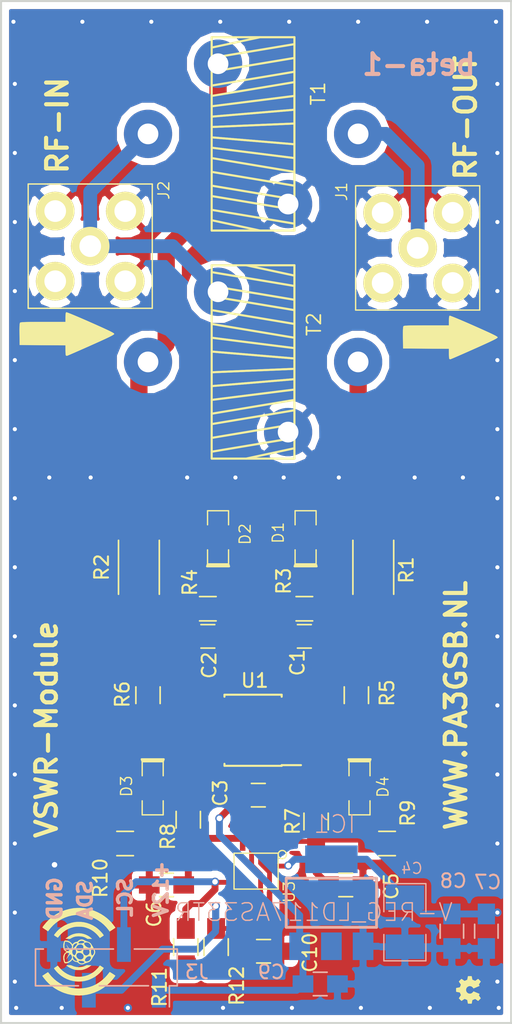
<source format=kicad_pcb>
(kicad_pcb (version 4) (host pcbnew 4.0.6)
  (layers (0 F.Cu signal) (31 B.Cu signal hide) (34 B.Paste user hide) (35 F.Paste user hide) (36 B.SilkS user) (37 F.SilkS user) (38 B.Mask user hide) (39 F.Mask user) (44 Edge.Cuts user))
  (net 0 "")
  (net 1 "Net-(C1-Pad1)")
  (net 2 GND)
  (net 3 "Net-(C2-Pad2)")
  (net 4 +12V)
  (net 5 +3V3)
  (net 6 "Net-(C5-Pad1)")
  (net 7 "Net-(C6-Pad2)")
  (net 8 "Net-(D1-Pad1)")
  (net 9 "Net-(D2-Pad1)")
  (net 10 "Net-(D3-Pad1)")
  (net 11 "Net-(D3-Pad2)")
  (net 12 "Net-(D4-Pad1)")
  (net 13 "Net-(D4-Pad2)")
  (net 14 "Net-(J1-Pad1)")
  (net 15 "Net-(J2-Pad1)")
  (net 16 SDA)
  (net 17 SCL)
  (module VSWR:VIA-0.6mm (layer F.Cu) (at 144.82 116.62)
    (fp_text reference REF** hide)
    (fp_text value VIA-0.6mm hide)
    (pad 1 thru_hole circle (at 0 0) (size 0.6 0.6) (drill 0.3) (layers *.Cu) (net 2 GND))
  )
  (module VSWR:VIA-0.6mm (layer F.Cu) (at 139.82 116.62)
    (fp_text reference REF** hide)
    (fp_text value VIA-0.6mm hide)
    (pad 1 thru_hole circle (at 0 0) (size 0.6 0.6) (drill 0.3) (layers *.Cu) (net 2 GND))
  )
  (module VSWR:VIA-0.6mm (layer F.Cu) (at 134.82 116.62)
    (fp_text reference REF** hide)
    (fp_text value VIA-0.6mm hide)
    (pad 1 thru_hole circle (at 0 0) (size 0.6 0.6) (drill 0.3) (layers *.Cu) (net 2 GND))
  )
  (module VSWR:VIA-0.6mm (layer F.Cu) (at 129.82 116.62)
    (fp_text reference REF** hide)
    (fp_text value VIA-0.6mm hide)
    (pad 1 thru_hole circle (at 0 0) (size 0.6 0.6) (drill 0.3) (layers *.Cu) (net 2 GND))
  )
  (module VSWR:VIA-0.6mm (layer F.Cu) (at 124.82 116.62)
    (fp_text reference REF** hide)
    (fp_text value VIA-0.6mm hide)
    (pad 1 thru_hole circle (at 0 0) (size 0.6 0.6) (drill 0.3) (layers *.Cu) (net 2 GND))
  )
  (module VSWR:VIA-0.6mm (layer F.Cu) (at 117.92 116.62)
    (fp_text reference REF** hide)
    (fp_text value VIA-0.6mm hide)
    (pad 1 thru_hole circle (at 0 0) (size 0.6 0.6) (drill 0.3) (layers *.Cu) (net 2 GND))
  )
  (module VSWR:VIA-0.6mm (layer F.Cu) (at 113.12 116.62)
    (fp_text reference REF** hide)
    (fp_text value VIA-0.6mm hide)
    (pad 1 thru_hole circle (at 0 0) (size 0.6 0.6) (drill 0.3) (layers *.Cu) (net 2 GND))
  )
  (module VSWR:VIA-0.6mm (layer F.Cu) (at 109.82 116.62)
    (fp_text reference REF** hide)
    (fp_text value VIA-0.6mm hide)
    (pad 1 thru_hole circle (at 0 0) (size 0.6 0.6) (drill 0.3) (layers *.Cu) (net 2 GND))
  )
  (module VSWR:VIA-0.6mm (layer F.Cu) (at 144.72 114.72)
    (fp_text reference REF** hide)
    (fp_text value VIA-0.6mm hide)
    (pad 1 thru_hole circle (at 0 0) (size 0.6 0.6) (drill 0.3) (layers *.Cu))
  )
  (module VSWR:VIA-0.6mm (layer F.Cu) (at 144.72 109.72)
    (fp_text reference REF** hide)
    (fp_text value VIA-0.6mm hide)
    (pad 1 thru_hole circle (at 0 0) (size 0.6 0.6) (drill 0.3) (layers *.Cu))
  )
  (module VSWR:VIA-0.6mm (layer F.Cu) (at 144.72 104.72)
    (fp_text reference REF** hide)
    (fp_text value VIA-0.6mm hide)
    (pad 1 thru_hole circle (at 0 0) (size 0.6 0.6) (drill 0.3) (layers *.Cu))
  )
  (module VSWR:VIA-0.6mm (layer F.Cu) (at 144.72 99.72)
    (fp_text reference REF** hide)
    (fp_text value VIA-0.6mm hide)
    (pad 1 thru_hole circle (at 0 0) (size 0.6 0.6) (drill 0.3) (layers *.Cu))
  )
  (module VSWR:VIA-0.6mm (layer F.Cu) (at 144.72 94.72)
    (fp_text reference REF** hide)
    (fp_text value VIA-0.6mm hide)
    (pad 1 thru_hole circle (at 0 0) (size 0.6 0.6) (drill 0.3) (layers *.Cu))
  )
  (module VSWR:VIA-0.6mm (layer F.Cu) (at 144.72 89.72)
    (fp_text reference REF** hide)
    (fp_text value VIA-0.6mm hide)
    (pad 1 thru_hole circle (at 0 0) (size 0.6 0.6) (drill 0.3) (layers *.Cu))
  )
  (module VSWR:VIA-0.6mm (layer F.Cu) (at 144.72 84.72)
    (fp_text reference REF** hide)
    (fp_text value VIA-0.6mm hide)
    (pad 1 thru_hole circle (at 0 0) (size 0.6 0.6) (drill 0.3) (layers *.Cu))
  )
  (module VSWR:VIA-0.6mm (layer F.Cu) (at 144.72 79.72)
    (fp_text reference REF** hide)
    (fp_text value VIA-0.6mm hide)
    (pad 1 thru_hole circle (at 0 0) (size 0.6 0.6) (drill 0.3) (layers *.Cu))
  )
  (module VSWR:VIA-0.6mm (layer F.Cu) (at 144.72 74.72)
    (fp_text reference REF** hide)
    (fp_text value VIA-0.6mm hide)
    (pad 1 thru_hole circle (at 0 0) (size 0.6 0.6) (drill 0.3) (layers *.Cu))
  )
  (module VSWR:VIA-0.6mm (layer F.Cu) (at 144.72 69.72)
    (fp_text reference REF** hide)
    (fp_text value VIA-0.6mm hide)
    (pad 1 thru_hole circle (at 0 0) (size 0.6 0.6) (drill 0.3) (layers *.Cu))
  )
  (module VSWR:VIA-0.6mm (layer F.Cu) (at 144.72 64.72)
    (fp_text reference REF** hide)
    (fp_text value VIA-0.6mm hide)
    (pad 1 thru_hole circle (at 0 0) (size 0.6 0.6) (drill 0.3) (layers *.Cu))
  )
  (module VSWR:VIA-0.6mm (layer F.Cu) (at 144.72 59.72)
    (fp_text reference REF** hide)
    (fp_text value VIA-0.6mm hide)
    (pad 1 thru_hole circle (at 0 0) (size 0.6 0.6) (drill 0.3) (layers *.Cu))
  )
  (module VSWR:VIA-0.6mm (layer F.Cu) (at 144.72 54.72)
    (fp_text reference REF** hide)
    (fp_text value VIA-0.6mm hide)
    (pad 1 thru_hole circle (at 0 0) (size 0.6 0.6) (drill 0.3) (layers *.Cu))
  )
  (module VSWR:VIA-0.6mm (layer F.Cu) (at 109.72 114.72)
    (fp_text reference REF** hide)
    (fp_text value VIA-0.6mm hide)
    (pad 1 thru_hole circle (at 0 0) (size 0.6 0.6) (drill 0.3) (layers *.Cu))
  )
  (module VSWR:VIA-0.6mm (layer F.Cu) (at 109.72 109.72)
    (fp_text reference REF** hide)
    (fp_text value VIA-0.6mm hide)
    (pad 1 thru_hole circle (at 0 0) (size 0.6 0.6) (drill 0.3) (layers *.Cu))
  )
  (module VSWR:VIA-0.6mm (layer F.Cu) (at 109.72 104.72)
    (fp_text reference REF** hide)
    (fp_text value VIA-0.6mm hide)
    (pad 1 thru_hole circle (at 0 0) (size 0.6 0.6) (drill 0.3) (layers *.Cu))
  )
  (module VSWR:VIA-0.6mm (layer F.Cu) (at 109.72 99.72)
    (fp_text reference REF** hide)
    (fp_text value VIA-0.6mm hide)
    (pad 1 thru_hole circle (at 0 0) (size 0.6 0.6) (drill 0.3) (layers *.Cu))
  )
  (module VSWR:VIA-0.6mm (layer F.Cu) (at 109.72 94.72)
    (fp_text reference REF** hide)
    (fp_text value VIA-0.6mm hide)
    (pad 1 thru_hole circle (at 0 0) (size 0.6 0.6) (drill 0.3) (layers *.Cu))
  )
  (module VSWR:VIA-0.6mm (layer F.Cu) (at 109.72 89.72)
    (fp_text reference REF** hide)
    (fp_text value VIA-0.6mm hide)
    (pad 1 thru_hole circle (at 0 0) (size 0.6 0.6) (drill 0.3) (layers *.Cu))
  )
  (module VSWR:VIA-0.6mm (layer F.Cu) (at 109.72 84.72)
    (fp_text reference REF** hide)
    (fp_text value VIA-0.6mm hide)
    (pad 1 thru_hole circle (at 0 0) (size 0.6 0.6) (drill 0.3) (layers *.Cu))
  )
  (module VSWR:VIA-0.6mm (layer F.Cu) (at 109.72 79.72)
    (fp_text reference REF** hide)
    (fp_text value VIA-0.6mm hide)
    (pad 1 thru_hole circle (at 0 0) (size 0.6 0.6) (drill 0.3) (layers *.Cu))
  )
  (module VSWR:VIA-0.6mm (layer F.Cu) (at 109.72 74.72)
    (fp_text reference REF** hide)
    (fp_text value VIA-0.6mm hide)
    (pad 1 thru_hole circle (at 0 0) (size 0.6 0.6) (drill 0.3) (layers *.Cu))
  )
  (module VSWR:VIA-0.6mm (layer F.Cu) (at 109.72 69.72)
    (fp_text reference REF** hide)
    (fp_text value VIA-0.6mm hide)
    (pad 1 thru_hole circle (at 0 0) (size 0.6 0.6) (drill 0.3) (layers *.Cu))
  )
  (module VSWR:VIA-0.6mm (layer F.Cu) (at 109.72 64.72)
    (fp_text reference REF** hide)
    (fp_text value VIA-0.6mm hide)
    (pad 1 thru_hole circle (at 0 0) (size 0.6 0.6) (drill 0.3) (layers *.Cu))
  )
  (module VSWR:VIA-0.6mm (layer F.Cu) (at 109.72 59.72)
    (fp_text reference REF** hide)
    (fp_text value VIA-0.6mm hide)
    (pad 1 thru_hole circle (at 0 0) (size 0.6 0.6) (drill 0.3) (layers *.Cu))
  )
  (module VSWR:VIA-0.6mm (layer F.Cu) (at 109.72 54.72)
    (fp_text reference REF** hide)
    (fp_text value VIA-0.6mm hide)
    (pad 1 thru_hole circle (at 0 0) (size 0.6 0.6) (drill 0.3) (layers *.Cu))
  )
  (module VSWR:VIA-0.6mm (layer F.Cu) (at 144.62 45.22)
    (fp_text reference REF** hide)
    (fp_text value VIA-0.6mm hide)
    (pad 1 thru_hole circle (at 0 0) (size 0.6 0.6) (drill 0.3) (layers *.Cu) (net 2 GND))
  )
  (module VSWR:VIA-0.6mm (layer F.Cu) (at 139.62 45.22)
    (fp_text reference REF** hide)
    (fp_text value VIA-0.6mm hide)
    (pad 1 thru_hole circle (at 0 0) (size 0.6 0.6) (drill 0.3) (layers *.Cu) (net 2 GND))
  )
  (module VSWR:VIA-0.6mm (layer F.Cu) (at 134.62 45.22)
    (fp_text reference REF** hide)
    (fp_text value VIA-0.6mm hide)
    (pad 1 thru_hole circle (at 0 0) (size 0.6 0.6) (drill 0.3) (layers *.Cu) (net 2 GND))
  )
  (module VSWR:VIA-0.6mm (layer F.Cu) (at 129.62 45.22)
    (fp_text reference REF** hide)
    (fp_text value VIA-0.6mm hide)
    (pad 1 thru_hole circle (at 0 0) (size 0.6 0.6) (drill 0.3) (layers *.Cu) (net 2 GND))
  )
  (module VSWR:VIA-0.6mm (layer F.Cu) (at 124.62 45.22)
    (fp_text reference REF** hide)
    (fp_text value VIA-0.6mm hide)
    (pad 1 thru_hole circle (at 0 0) (size 0.6 0.6) (drill 0.3) (layers *.Cu) (net 2 GND))
  )
  (module VSWR:VIA-0.6mm (layer F.Cu) (at 119.62 45.22)
    (fp_text reference REF** hide)
    (fp_text value VIA-0.6mm hide)
    (pad 1 thru_hole circle (at 0 0) (size 0.6 0.6) (drill 0.3) (layers *.Cu) (net 2 GND))
  )
  (module VSWR:VIA-0.6mm (layer F.Cu) (at 114.62 45.22)
    (fp_text reference REF** hide)
    (fp_text value VIA-0.6mm hide)
    (pad 1 thru_hole circle (at 0 0) (size 0.6 0.6) (drill 0.3) (layers *.Cu) (net 2 GND))
  )
  (module Capacitors_SMD:C_0805_HandSoldering (layer F.Cu) (at 130.72 89.72 180)
    (fp_text reference C1 (at 0.5 -1.9 270) (layer F.SilkS))
    (fp_text value 100nF)
    (pad 1 smd rect (at -1.25 0 180) (size 1.5 1.25) (layers F.Cu F.Paste F.Mask) (net 1 "Net-(C1-Pad1)"))
    (pad 2 smd rect (at 1.25 0 180) (size 1.5 1.25) (layers F.Cu F.Paste F.Mask) (net 2 GND))
  )
  (module Capacitors_SMD:C_0805_HandSoldering (layer F.Cu) (at 123.72 89.72 180)
    (fp_text reference C2 (at -0.1 -2.1 270) (layer F.SilkS))
    (fp_text value 100nF)
    (pad 1 smd rect (at -1.25 0 180) (size 1.5 1.25) (layers F.Cu F.Paste F.Mask) (net 2 GND))
    (pad 2 smd rect (at 1.25 0 180) (size 1.5 1.25) (layers F.Cu F.Paste F.Mask) (net 3 "Net-(C2-Pad2)"))
  )
  (module Capacitors_SMD:C_0805_HandSoldering (layer F.Cu) (at 127.381 101.219 180)
    (fp_text reference C3 (at 2.761 0.149 270) (layer F.SilkS))
    (fp_text value 100nF)
    (pad 1 smd rect (at -1.25 0 180) (size 1.5 1.25) (layers F.Cu F.Paste F.Mask) (net 2 GND))
    (pad 2 smd rect (at 1.25 0 180) (size 1.5 1.25) (layers F.Cu F.Paste F.Mask) (net 4 +12V))
  )
  (module HERMESLITE:SMD-1210 (layer B.Cu) (at 138.01 110.42 270)
    (fp_text reference C4 (at -3.9 -0.51 360) (layer B.SilkS) (effects (font (size 0.8 0.8) (thickness 0.1)) (justify mirror)))
    (fp_text value CP hide)
    (pad 1 smd rect (at -1.778 0 270) (size 1.778 2.794) (layers B.Cu B.Paste B.Mask) (net 5 +3V3))
    (pad 2 smd rect (at 1.778 0 270) (size 1.778 2.794) (layers B.Cu B.Paste B.Mask) (net 2 GND))
  )
  (module Capacitors_SMD:C_0805_HandSoldering (layer F.Cu) (at 133.72 107.72)
    (fp_text reference C5 (at 3.3 0.1 90) (layer F.SilkS))
    (fp_text value 10nF)
    (pad 1 smd rect (at -1.25 0) (size 1.5 1.25) (layers F.Cu F.Paste F.Mask) (net 6 "Net-(C5-Pad1)"))
    (pad 2 smd rect (at 1.25 0) (size 1.5 1.25) (layers F.Cu F.Paste F.Mask) (net 2 GND))
  )
  (module Capacitors_SMD:C_0805_HandSoldering (layer F.Cu) (at 120.72 107.72)
    (fp_text reference C6 (at -0.9 2.1 90) (layer F.SilkS))
    (fp_text value 10nF)
    (pad 1 smd rect (at -1.25 0) (size 1.5 1.25) (layers F.Cu F.Paste F.Mask) (net 2 GND))
    (pad 2 smd rect (at 1.25 0) (size 1.5 1.25) (layers F.Cu F.Paste F.Mask) (net 7 "Net-(C6-Pad2)"))
  )
  (module Capacitors_SMD:C_0805_HandSoldering (layer B.Cu) (at 143.92 111.07 270)
    (fp_text reference C7 (at -3.55 -0.1 360) (layer B.SilkS) (effects (justify mirror)))
    (fp_text value C)
    (pad 1 smd rect (at -1.25 0 270) (size 1.5 1.25) (layers B.Cu B.Paste B.Mask) (net 5 +3V3))
    (pad 2 smd rect (at 1.25 0 270) (size 1.5 1.25) (layers B.Cu B.Paste B.Mask) (net 2 GND))
  )
  (module Capacitors_SMD:C_0805_HandSoldering (layer B.Cu) (at 141.42 111.07 270)
    (fp_text reference C8 (at -3.65 -0.1 360) (layer B.SilkS) (effects (justify mirror)))
    (fp_text value C)
    (pad 1 smd rect (at -1.25 0 270) (size 1.5 1.25) (layers B.Cu B.Paste B.Mask) (net 5 +3V3))
    (pad 2 smd rect (at 1.25 0 270) (size 1.5 1.25) (layers B.Cu B.Paste B.Mask) (net 2 GND))
  )
  (module Capacitors_SMD:C_0805_HandSoldering (layer B.Cu) (at 131.87 114.89)
    (fp_text reference C9 (at -3.55 -0.87) (layer B.SilkS) (effects (justify mirror)))
    (fp_text value C)
    (pad 1 smd rect (at -1.25 0) (size 1.5 1.25) (layers B.Cu B.Paste B.Mask) (net 4 +12V))
    (pad 2 smd rect (at 1.25 0) (size 1.5 1.25) (layers B.Cu B.Paste B.Mask) (net 2 GND))
  )
  (module Capacitors_SMD:C_0805_HandSoldering (layer F.Cu) (at 127.762 112.522 180)
    (fp_text reference C10 (at -3.358 -0.098 270) (layer F.SilkS))
    (fp_text value 100nF)
    (pad 1 smd rect (at -1.25 0 180) (size 1.5 1.25) (layers F.Cu F.Paste F.Mask) (net 2 GND))
    (pad 2 smd rect (at 1.25 0 180) (size 1.5 1.25) (layers F.Cu F.Paste F.Mask) (net 5 +3V3))
  )
  (module HERMESLITE:1N5711WS (layer F.Cu) (at 130.81 82.55 270)
    (fp_text reference D1 (at -0.33 1.99 270) (layer F.SilkS) (effects (font (size 0.8 0.8) (thickness 0.1))))
    (fp_text value 1N5711W-7-F hide)
    (pad 1 smd rect (at -1.2 0 270) (size 1.35 1.397) (layers F.Cu F.Paste F.Mask) (net 8 "Net-(D1-Pad1)"))
    (pad 2 smd rect (at 1.2 0 270) (size 1.35 1.397) (layers F.Cu F.Paste F.Mask) (net 1 "Net-(C1-Pad1)"))
  )
  (module HERMESLITE:1N5711WS (layer F.Cu) (at 124.46 82.55 270)
    (fp_text reference D2 (at -0.23 -1.96 270) (layer F.SilkS) (effects (font (size 0.8 0.8) (thickness 0.1))))
    (fp_text value 1N5711W-7-F hide)
    (pad 1 smd rect (at -1.2 0 270) (size 1.35 1.397) (layers F.Cu F.Paste F.Mask) (net 9 "Net-(D2-Pad1)"))
    (pad 2 smd rect (at 1.2 0 270) (size 1.35 1.397) (layers F.Cu F.Paste F.Mask) (net 3 "Net-(C2-Pad2)"))
  )
  (module HERMESLITE:1N5711WS (layer F.Cu) (at 119.72 100.72 90)
    (fp_text reference D3 (at 0.15 -1.9 90) (layer F.SilkS) (effects (font (size 0.8 0.8) (thickness 0.1))))
    (fp_text value 1N5711W-7-F hide)
    (pad 1 smd rect (at -1.2 0 90) (size 1.35 1.397) (layers F.Cu F.Paste F.Mask) (net 10 "Net-(D3-Pad1)"))
    (pad 2 smd rect (at 1.2 0 90) (size 1.35 1.397) (layers F.Cu F.Paste F.Mask) (net 11 "Net-(D3-Pad2)"))
  )
  (module HERMESLITE:1N5711WS (layer F.Cu) (at 134.72 100.72 90)
    (fp_text reference D4 (at 0.1 1.7 90) (layer F.SilkS) (effects (font (size 0.8 0.8) (thickness 0.1))))
    (fp_text value 1N5711W-7-F hide)
    (pad 1 smd rect (at -1.2 0 90) (size 1.35 1.397) (layers F.Cu F.Paste F.Mask) (net 12 "Net-(D4-Pad1)"))
    (pad 2 smd rect (at 1.2 0 90) (size 1.35 1.397) (layers F.Cu F.Paste F.Mask) (net 13 "Net-(D4-Pad2)"))
  )
  (module HERMESLITE:SMAVERT (layer F.Cu) (at 138.938 61.595)
    (fp_text reference J1 (at -5.518 -4.075 90) (layer F.SilkS) (effects (font (size 0.8 0.8) (thickness 0.1))))
    (fp_text value CONN_COAXIAL)
    (pad 1 thru_hole circle (at 0 0) (size 2.8 2.8) (drill 1.57) (layers *.Cu *.Mask F.SilkS) (net 14 "Net-(J1-Pad1)"))
    (pad 2 thru_hole circle (at -2.54 -2.54) (size 2.8 2.8) (drill 1.57) (layers *.Cu *.Mask F.SilkS) (net 2 GND))
    (pad 2 thru_hole circle (at 2.54 -2.54) (size 2.8 2.8) (drill 1.57) (layers *.Cu *.Mask F.SilkS) (net 2 GND))
    (pad 2 thru_hole circle (at 2.54 2.54) (size 2.8 2.8) (drill 1.57) (layers *.Cu *.Mask F.SilkS) (net 2 GND))
    (pad 2 thru_hole circle (at -2.54 2.54) (size 2.8 2.8) (drill 1.57) (layers *.Cu *.Mask F.SilkS) (net 2 GND))
  )
  (module HERMESLITE:SMAVERT (layer F.Cu) (at 115.189 61.468 270)
    (fp_text reference J2 (at -4.048 -5.331 450) (layer F.SilkS) (effects (font (size 0.8 0.8) (thickness 0.1))))
    (fp_text value CONN_COAXIAL)
    (pad 1 thru_hole circle (at 0 0 270) (size 2.8 2.8) (drill 1.57) (layers *.Cu *.Mask F.SilkS) (net 15 "Net-(J2-Pad1)"))
    (pad 2 thru_hole circle (at -2.54 -2.54 270) (size 2.8 2.8) (drill 1.57) (layers *.Cu *.Mask F.SilkS) (net 2 GND))
    (pad 2 thru_hole circle (at 2.54 -2.54 270) (size 2.8 2.8) (drill 1.57) (layers *.Cu *.Mask F.SilkS) (net 2 GND))
    (pad 2 thru_hole circle (at 2.54 2.54 270) (size 2.8 2.8) (drill 1.57) (layers *.Cu *.Mask F.SilkS) (net 2 GND))
    (pad 2 thru_hole circle (at -2.54 2.54 270) (size 2.8 2.8) (drill 1.57) (layers *.Cu *.Mask F.SilkS) (net 2 GND))
  )
  (module Pin_Headers:Pin_Header_Straight_1x04_Pitch2.54mm_SMD_Pin1Left (layer B.Cu) (at 116.36 113.69 90)
    (fp_text reference J3 (at -0.33 6.56 180) (layer B.SilkS) (effects (justify mirror)))
    (fp_text value CONN_01X04)
    (pad 1 smd rect (at -1.655 3.81 90) (size 2.51 1) (layers B.Cu B.Paste B.Mask) (net 4 +12V))
    (pad 3 smd rect (at -1.655 -1.27 90) (size 2.51 1) (layers B.Cu B.Paste B.Mask) (net 16 SDA))
    (pad 2 smd rect (at 1.655 1.27 90) (size 2.51 1) (layers B.Cu B.Paste B.Mask) (net 17 SCL))
    (pad 4 smd rect (at 1.655 -3.81 90) (size 2.51 1) (layers B.Cu B.Paste B.Mask) (net 2 GND))
  )
  (module Resistors_SMD:R_2010_HandSoldering (layer F.Cu) (at 135.72 84.72 90)
    (fp_text reference R1 (at -0.2 2.4 90) (layer F.SilkS))
    (fp_text value 51.1)
    (pad 1 smd rect (at -3.15 0 90) (size 2.4 2.5) (layers F.Cu F.Paste F.Mask) (net 2 GND))
    (pad 2 smd rect (at 3.15 0 90) (size 2.4 2.5) (layers F.Cu F.Paste F.Mask) (net 8 "Net-(D1-Pad1)"))
  )
  (module Resistors_SMD:R_2010_HandSoldering (layer F.Cu) (at 118.72 84.72 270)
    (fp_text reference R2 (at 0 2.7 450) (layer F.SilkS))
    (fp_text value 51.1)
    (pad 1 smd rect (at -3.15 0 270) (size 2.4 2.5) (layers F.Cu F.Paste F.Mask) (net 9 "Net-(D2-Pad1)"))
    (pad 2 smd rect (at 3.15 0 270) (size 2.4 2.5) (layers F.Cu F.Paste F.Mask) (net 2 GND))
  )
  (module Resistors_SMD:R_0805_HandSoldering (layer F.Cu) (at 130.72 87.72 180)
    (fp_text reference R3 (at 1.5 2 270) (layer F.SilkS))
    (fp_text value 100K)
    (pad 1 smd rect (at -1.35 0 180) (size 1.5 1.3) (layers F.Cu F.Paste F.Mask) (net 1 "Net-(C1-Pad1)"))
    (pad 2 smd rect (at 1.35 0 180) (size 1.5 1.3) (layers F.Cu F.Paste F.Mask) (net 2 GND))
  )
  (module Resistors_SMD:R_0805_HandSoldering (layer F.Cu) (at 123.72 87.72 180)
    (fp_text reference R4 (at 1.3 1.9 270) (layer F.SilkS))
    (fp_text value 100K)
    (pad 1 smd rect (at -1.35 0 180) (size 1.5 1.3) (layers F.Cu F.Paste F.Mask) (net 2 GND))
    (pad 2 smd rect (at 1.35 0 180) (size 1.5 1.3) (layers F.Cu F.Paste F.Mask) (net 3 "Net-(C2-Pad2)"))
  )
  (module Resistors_SMD:R_0805_HandSoldering (layer F.Cu) (at 134.493 93.98 270)
    (fp_text reference R5 (at -0.16 -2.227 270) (layer F.SilkS))
    (fp_text value 220K)
    (pad 1 smd rect (at -1.35 0 270) (size 1.5 1.3) (layers F.Cu F.Paste F.Mask) (net 2 GND))
    (pad 2 smd rect (at 1.35 0 270) (size 1.5 1.3) (layers F.Cu F.Paste F.Mask) (net 13 "Net-(D4-Pad2)"))
  )
  (module Resistors_SMD:R_0805_HandSoldering (layer F.Cu) (at 119.38 93.98 270)
    (fp_text reference R6 (at -0.06 1.86 270) (layer F.SilkS))
    (fp_text value 220K)
    (pad 1 smd rect (at -1.35 0 270) (size 1.5 1.3) (layers F.Cu F.Paste F.Mask) (net 2 GND))
    (pad 2 smd rect (at 1.35 0 270) (size 1.5 1.3) (layers F.Cu F.Paste F.Mask) (net 11 "Net-(D3-Pad2)"))
  )
  (module Resistors_SMD:R_0805_HandSoldering (layer F.Cu) (at 131.572 103.124 90)
    (fp_text reference R7 (at 0 -1.7 90) (layer F.SilkS))
    (fp_text value 1K)
    (pad 1 smd rect (at -1.35 0 90) (size 1.5 1.3) (layers F.Cu F.Paste F.Mask) (net 6 "Net-(C5-Pad1)"))
    (pad 2 smd rect (at 1.35 0 90) (size 1.5 1.3) (layers F.Cu F.Paste F.Mask) (net 12 "Net-(D4-Pad1)"))
  )
  (module Resistors_SMD:R_0805_HandSoldering (layer F.Cu) (at 122.301 102.997 90)
    (fp_text reference R8 (at -1.223 -1.481 90) (layer F.SilkS))
    (fp_text value 1K)
    (pad 1 smd rect (at -1.35 0 90) (size 1.5 1.3) (layers F.Cu F.Paste F.Mask) (net 7 "Net-(C6-Pad2)"))
    (pad 2 smd rect (at 1.35 0 90) (size 1.5 1.3) (layers F.Cu F.Paste F.Mask) (net 10 "Net-(D3-Pad1)"))
  )
  (module Resistors_SMD:R_0805_HandSoldering (layer F.Cu) (at 136.72 104.72)
    (fp_text reference R9 (at 1.5 -2.2 90) (layer F.SilkS))
    (fp_text value 1K8)
    (pad 1 smd rect (at -1.35 0) (size 1.5 1.3) (layers F.Cu F.Paste F.Mask) (net 6 "Net-(C5-Pad1)"))
    (pad 2 smd rect (at 1.35 0) (size 1.5 1.3) (layers F.Cu F.Paste F.Mask) (net 2 GND))
  )
  (module Resistors_SMD:R_0805_HandSoldering (layer F.Cu) (at 117.72 104.72)
    (fp_text reference R10 (at -1.8 2.5 90) (layer F.SilkS))
    (fp_text value 1K8)
    (pad 1 smd rect (at -1.35 0) (size 1.5 1.3) (layers F.Cu F.Paste F.Mask) (net 2 GND))
    (pad 2 smd rect (at 1.35 0) (size 1.5 1.3) (layers F.Cu F.Paste F.Mask) (net 7 "Net-(C6-Pad2)"))
  )
  (module Resistors_SMD:R_0805_HandSoldering (layer F.Cu) (at 122.12 112.22 90)
    (fp_text reference R11 (at -2.9 -1.9 90) (layer F.SilkS))
    (fp_text value 4K7)
    (pad 1 smd rect (at -1.35 0 90) (size 1.5 1.3) (layers F.Cu F.Paste F.Mask) (net 5 +3V3))
    (pad 2 smd rect (at 1.35 0 90) (size 1.5 1.3) (layers F.Cu F.Paste F.Mask) (net 17 SCL))
  )
  (module Resistors_SMD:R_0805_HandSoldering (layer F.Cu) (at 124.32 112.22 90)
    (fp_text reference R12 (at -2.8 1.5 90) (layer F.SilkS))
    (fp_text value 4K7)
    (pad 1 smd rect (at -1.35 0 90) (size 1.5 1.3) (layers F.Cu F.Paste F.Mask) (net 5 +3V3))
    (pad 2 smd rect (at 1.35 0 90) (size 1.5 1.3) (layers F.Cu F.Paste F.Mask) (net 16 SDA))
  )
  (module Housings_SOIC:SOIC-8_3.9x4.9mm_Pitch1.27mm (layer F.Cu) (at 127 96.52 180)
    (fp_text reference U1 (at -0.12 3.6 180) (layer F.SilkS))
    (fp_text value LMC6482)
    (pad 1 smd rect (at -2.7 -1.905 180) (size 1.55 0.6) (layers F.Cu F.Paste F.Mask) (net 12 "Net-(D4-Pad1)"))
    (pad 2 smd rect (at -2.7 -0.635 180) (size 1.55 0.6) (layers F.Cu F.Paste F.Mask) (net 13 "Net-(D4-Pad2)"))
    (pad 3 smd rect (at -2.7 0.635 180) (size 1.55 0.6) (layers F.Cu F.Paste F.Mask) (net 1 "Net-(C1-Pad1)"))
    (pad 4 smd rect (at -2.7 1.905 180) (size 1.55 0.6) (layers F.Cu F.Paste F.Mask) (net 2 GND))
    (pad 5 smd rect (at 2.7 1.905 180) (size 1.55 0.6) (layers F.Cu F.Paste F.Mask) (net 3 "Net-(C2-Pad2)"))
    (pad 6 smd rect (at 2.7 0.635 180) (size 1.55 0.6) (layers F.Cu F.Paste F.Mask) (net 11 "Net-(D3-Pad2)"))
    (pad 7 smd rect (at 2.7 -0.635 180) (size 1.55 0.6) (layers F.Cu F.Paste F.Mask) (net 10 "Net-(D3-Pad1)"))
    (pad 8 smd rect (at 2.7 -1.905 180) (size 1.55 0.6) (layers F.Cu F.Paste F.Mask) (net 4 +12V))
  )
  (module HERMESLITE:MAX11613 (layer F.Cu) (at 127.22 106.72 180)
    (fp_text reference U3 (at -2.4 -1.5 270) (layer F.SilkS) (effects (font (size 0.8 0.8) (thickness 0.1))))
    (fp_text value MAX11613)
    (pad 8 smd rect (at -0.975 -2.15 180) (size 0.4 1.35) (layers F.Cu F.Paste F.Mask) (net 5 +3V3))
    (pad 1 smd rect (at -0.975 2.15 180) (size 0.4 1.35) (layers F.Cu F.Paste F.Mask) (net 6 "Net-(C5-Pad1)"))
    (pad 7 smd rect (at -0.325 -2.15 180) (size 0.4 1.35) (layers F.Cu F.Paste F.Mask) (net 2 GND))
    (pad 2 smd rect (at -0.325 2.15 180) (size 0.4 1.35) (layers F.Cu F.Paste F.Mask) (net 5 +3V3))
    (pad 6 smd rect (at 0.325 -2.15 180) (size 0.4 1.35) (layers F.Cu F.Paste F.Mask) (net 16 SDA))
    (pad 3 smd rect (at 0.325 2.15 180) (size 0.4 1.35) (layers F.Cu F.Paste F.Mask) (net 2 GND))
    (pad 5 smd rect (at 0.975 -2.15 180) (size 0.4 1.35) (layers F.Cu F.Paste F.Mask) (net 17 SCL))
    (pad 4 smd rect (at 0.975 2.15 180) (size 0.4 1.35) (layers F.Cu F.Paste F.Mask) (net 7 "Net-(C6-Pad2)"))
  )
  (module VSWR:T50-43_V_THT (layer F.Cu) (at 127 53.34 90)
    (fp_text reference T1 (at 2.92 4.72 270) (layer F.SilkS) (effects (font (thickness 0.125))))
    (fp_text value FT50-43)
    (pad 4 thru_hole circle (at 5.08 -2.54 90) (size 3.5 3.5) (drill 1.5) (layers *.Cu *.Mask) (net 9 "Net-(D2-Pad1)"))
    (pad 1 thru_hole circle (at 0 -7.62 90) (size 3.5 3.5) (drill 1.5) (layers *.Cu *.Mask) (net 15 "Net-(J2-Pad1)"))
    (pad 3 thru_hole circle (at -5.08 2.54 90) (size 3.5 3.5) (drill 1.5) (layers *.Cu *.Mask) (net 2 GND))
    (pad 2 thru_hole circle (at 0 7.62 90) (size 3.5 3.5) (drill 1.5) (layers *.Cu *.Mask) (net 14 "Net-(J1-Pad1)"))
  )
  (module VSWR:T50-43_V_THT (layer F.Cu) (at 127 69.85 270)
    (fp_text reference T2 (at -2.73 -4.42 450) (layer F.SilkS) (effects (font (thickness 0.125))))
    (fp_text value FT50-43)
    (pad 4 thru_hole circle (at 5.08 -2.54 270) (size 3.5 3.5) (drill 1.5) (layers *.Cu *.Mask) (net 2 GND))
    (pad 1 thru_hole circle (at 0 -7.62 270) (size 3.5 3.5) (drill 1.5) (layers *.Cu *.Mask) (net 8 "Net-(D1-Pad1)"))
    (pad 3 thru_hole circle (at -5.08 2.54 270) (size 3.5 3.5) (drill 1.5) (layers *.Cu *.Mask) (net 15 "Net-(J2-Pad1)"))
    (pad 2 thru_hole circle (at 0 7.62 270) (size 3.5 3.5) (drill 1.5) (layers *.Cu *.Mask) (net 9 "Net-(D2-Pad1)"))
  )
  (module V-REG_SOT223 (layer B.Cu) (at 132.68 109.01 180)
    (fp_text reference IC1 (at -0.24 5.69 180) (layer B.SilkS) (effects (font (size 1.27 1.27) (thickness 0.1016)) (justify mirror)))
    (fp_text value V-REG_LD117AS33TR (at 1.27 -0.6858 180) (layer B.SilkS) (effects (font (size 1.27 1.27) (thickness 0.1016)) (justify mirror)))
    (pad 1 smd rect (at -2.2987 -3.1496 180) (size 1.4986 1.99898) (layers B.Cu B.Paste B.Mask) (net 2 GND))
    (pad 2 smd rect (at 0 -3.1496 180) (size 1.4986 1.99898) (layers B.Cu B.Paste B.Mask))
    (pad 3 smd rect (at 2.2987 -3.1496 180) (size 1.4986 1.99898) (layers B.Cu B.Paste B.Mask) (net 4 +12V))
    (pad 4 smd rect (at 0 3.1496 180) (size 3.79984 1.99898) (layers B.Cu B.Paste B.Mask) (net 5 +3V3))
  )
  (module HERMESLITE:OSHW-logo_silkscreen-front_2mm (layer F.Cu) (at 142.62 115.32 90)
    (fp_text reference G*** hide)
    (fp_text value OSHW-logo_silkscreen-front_2mm hide)
  )
  (module mods:rpi-logo (layer F.Cu) (at 114.33 112.55 90)
    (fp_text reference G*** hide)
    (fp_text value LOGO hide)
  )
  (module mods:rpi-in-out (layer F.Cu) (at 113.31 67.97)
    (fp_text reference G*** hide)
    (fp_text value LOGO hide)
  )
  (module mods:rpi-in-out (layer F.Cu) (at 141.12 68.22)
    (fp_text reference G*** hide)
    (fp_text value LOGO hide)
  )
  (module VSWR:VIA-0.6mm (layer F.Cu) (at 109.62 45.22)
    (fp_text reference REF** hide)
    (fp_text value VIA-0.6mm hide)
    (pad 1 thru_hole circle (at 0 0) (size 0.6 0.6) (drill 0.3) (layers *.Cu) (net 2 GND))
  )
  (module VSWR:VIA-0.6mm (layer F.Cu) (at 109.72 49.72)
    (fp_text reference REF** hide)
    (fp_text value VIA-0.6mm hide)
    (pad 1 thru_hole circle (at 0 0) (size 0.6 0.6) (drill 0.3) (layers *.Cu))
  )
  (module VSWR:VIA-0.6mm (layer F.Cu) (at 144.72 49.72)
    (fp_text reference REF** hide)
    (fp_text value VIA-0.6mm hide)
    (pad 1 thru_hole circle (at 0 0) (size 0.6 0.6) (drill 0.3) (layers *.Cu))
  )
  (module VSWR:VIA-0.6mm (layer F.Cu) (at 112.22 78.22)
    (fp_text reference REF** hide)
    (fp_text value VIA-0.6mm hide)
    (pad 1 thru_hole circle (at 0 0) (size 0.6 0.6) (drill 0.3) (layers *.Cu))
  )
  (module VSWR:VIA-0.6mm (layer F.Cu) (at 115.22 78.22)
    (fp_text reference REF** hide)
    (fp_text value VIA-0.6mm hide)
    (pad 1 thru_hole circle (at 0 0) (size 0.6 0.6) (drill 0.3) (layers *.Cu))
  )
  (module VSWR:VIA-0.6mm (layer F.Cu) (at 122.22 78.22)
    (fp_text reference REF** hide)
    (fp_text value VIA-0.6mm hide)
    (pad 1 thru_hole circle (at 0 0) (size 0.6 0.6) (drill 0.3) (layers *.Cu))
  )
  (module VSWR:VIA-0.6mm (layer F.Cu) (at 125.72 78.22)
    (fp_text reference REF** hide)
    (fp_text value VIA-0.6mm hide)
    (pad 1 thru_hole circle (at 0 0) (size 0.6 0.6) (drill 0.3) (layers *.Cu))
  )
  (module VSWR:VIA-0.6mm (layer F.Cu) (at 129.22 78.22)
    (fp_text reference REF** hide)
    (fp_text value VIA-0.6mm hide)
    (pad 1 thru_hole circle (at 0 0) (size 0.6 0.6) (drill 0.3) (layers *.Cu))
  )
  (module VSWR:VIA-0.6mm (layer F.Cu) (at 133.22 78.22)
    (fp_text reference REF** hide)
    (fp_text value VIA-0.6mm hide)
    (pad 1 thru_hole circle (at 0 0) (size 0.6 0.6) (drill 0.3) (layers *.Cu))
  )
  (module VSWR:VIA-0.6mm (layer F.Cu) (at 138.72 78.22)
    (fp_text reference REF** hide)
    (fp_text value VIA-0.6mm hide)
    (pad 1 thru_hole circle (at 0 0) (size 0.6 0.6) (drill 0.3) (layers *.Cu))
  )
  (module VSWR:VIA-0.6mm (layer F.Cu) (at 142.22 78.22)
    (fp_text reference REF** hide)
    (fp_text value VIA-0.6mm hide)
    (pad 1 thru_hole circle (at 0 0) (size 0.6 0.6) (drill 0.3) (layers *.Cu))
  )
  (gr_text +12V (at 120.32 108.02 90) (layer B.SilkS) (effects (font (size 1 1) (thickness 0.25)) (justify mirror)))
  (gr_text SCL (at 117.72 108.62 90) (layer B.SilkS) (effects (font (size 1 1) (thickness 0.25)) (justify mirror)))
  (gr_text GND (at 112.62 108.72 90) (layer B.SilkS) (effects (font (size 1 1) (thickness 0.25)) (justify mirror)))
  (gr_text SDA (at 114.82 108.82 90) (layer B.SilkS) (effects (font (size 1 1) (thickness 0.25)) (justify mirror)))
  (gr_text gnd (at 112.02 109.12) (layer B.Cu) (effects (font (size 1.5 1.5) (thickness 0.3))))
  (gr_line (start 108.72 116.72) (end 108.72 117.72) (angle 90) (layer Edge.Cuts) (width 0.15))
  (gr_line (start 145.72 116.72) (end 145.72 117.72) (angle 90) (layer Edge.Cuts) (width 0.15))
  (gr_line (start 145.72 44.72) (end 145.72 43.72) (angle 90) (layer Edge.Cuts) (width 0.15))
  (gr_line (start 108.72 44.72) (end 108.72 43.72) (angle 90) (layer Edge.Cuts) (width 0.15))
  (gr_text RF-OUT (at 142.42 52.18 90) (layer F.SilkS) (effects (font (size 1.5 1.5) (thickness 0.3))))
  (gr_text RF-IN (at 112.81 52.73 90) (layer F.SilkS) (effects (font (size 1.5 1.5) (thickness 0.3))))
  (gr_text "VSWR-Module  " (at 112.02 95.32 90) (layer F.SilkS) (effects (font (size 1.5 1.5) (thickness 0.3))))
  (gr_text beta-1 (at 139.02 48.32) (layer B.SilkS) (effects (font (size 1.5 1.5) (thickness 0.3)) (justify mirror)))
  (gr_text WWW.PA3GSB.NL (at 141.72 94.72 90) (layer F.SilkS) (effects (font (size 1.5 1.5) (thickness 0.3))))
  (gr_line (start 108.72 117.72) (end 145.72 117.72) (angle 90) (layer Edge.Cuts) (width 0.15))
  (gr_line (start 108.72 43.72) (end 145.72 43.72) (angle 90) (layer Edge.Cuts) (width 0.15))
  (gr_line (start 108.72 44.72) (end 108.72 116.72) (angle 90) (layer Edge.Cuts) (width 0.15))
  (gr_line (start 145.72 44.72) (end 145.72 116.72) (angle 90) (layer Edge.Cuts) (width 0.15))
  (segment (start 130.81 83.75) (end 130.81 83.81) (width 0.25) (layer F.Cu) (net 1))
  (segment (start 130.81 83.81) (end 132.07 85.07) (width 1) (layer F.Cu) (net 1))
  (segment (start 132.07 85.07) (end 132.07 87.72) (width 1) (layer F.Cu) (net 1))
  (segment (start 132.07 87.72) (end 132.07 89.62) (width 1) (layer F.Cu) (net 1))
  (segment (start 132.07 89.62) (end 131.97 89.72) (width 0.25) (layer F.Cu) (net 1))
  (segment (start 129.7 95.885) (end 131.555 95.885) (width 0.5) (layer F.Cu) (net 1))
  (segment (start 131.555 95.885) (end 131.97 95.47) (width 0.5) (layer F.Cu) (net 1))
  (segment (start 131.97 95.47) (end 131.97 89.72) (width 0.5) (layer F.Cu) (net 1))
  (segment (start 126.895 104.57) (end 126.895 103.295) (width 0.35) (layer F.Cu) (net 2))
  (segment (start 128.94 102.25) (end 128.94 101.528) (width 0.35) (layer F.Cu) (net 2))
  (segment (start 128.57 102.62) (end 128.94 102.25) (width 0.35) (layer F.Cu) (net 2))
  (segment (start 127.57 102.62) (end 128.57 102.62) (width 0.35) (layer F.Cu) (net 2))
  (segment (start 126.895 103.295) (end 127.57 102.62) (width 0.35) (layer F.Cu) (net 2))
  (segment (start 128.94 101.528) (end 128.631 101.219) (width 0.35) (layer F.Cu) (net 2))
  (segment (start 141.42 112.32) (end 138.132 112.32) (width 0.5) (layer B.Cu) (net 2))
  (segment (start 138.132 112.32) (end 138.01 112.198) (width 0.25) (layer B.Cu) (net 2))
  (segment (start 116.37 104.72) (end 116.37 106.46) (width 0.5) (layer F.Cu) (net 2))
  (segment (start 117.63 107.72) (end 119.47 107.72) (width 0.5) (layer F.Cu) (net 2))
  (segment (start 116.37 106.46) (end 117.63 107.72) (width 0.5) (layer F.Cu) (net 2))
  (segment (start 116.37 104.72) (end 114.14 104.72) (width 0.5) (layer F.Cu) (net 2))
  (segment (start 114.14 104.72) (end 112.6 106.26) (width 0.5) (layer F.Cu) (net 2))
  (via (at 112.6 106.26) (size 0.6) (drill 0.4) (layers F.Cu B.Cu) (net 2))
  (segment (start 112.6 106.26) (end 112.55 106.31) (width 0.5) (layer B.Cu) (net 2))
  (segment (start 112.55 106.31) (end 112.55 112.035) (width 0.5) (layer B.Cu) (net 2))
  (segment (start 143.92 112.32) (end 141.42 112.32) (width 0.5) (layer B.Cu) (net 2))
  (segment (start 141.42 112.32) (end 141.298 112.198) (width 0.25) (layer B.Cu) (net 2))
  (segment (start 126.895 104.57) (end 126.895 106.295) (width 0.35) (layer F.Cu) (net 2))
  (segment (start 126.895 106.295) (end 127.545 106.945) (width 0.35) (layer F.Cu) (net 2))
  (segment (start 127.545 106.945) (end 127.545 108.87) (width 0.35) (layer F.Cu) (net 2))
  (segment (start 129.37 87.72) (end 129.22 87.72) (width 0.25) (layer F.Cu) (net 2))
  (segment (start 129.37 87.72) (end 129.37 89.62) (width 1) (layer F.Cu) (net 2))
  (segment (start 129.37 89.62) (end 129.47 89.72) (width 0.25) (layer F.Cu) (net 2))
  (segment (start 124.97 89.72) (end 124.97 87.82) (width 1) (layer F.Cu) (net 2))
  (segment (start 124.97 87.82) (end 125.07 87.72) (width 0.25) (layer F.Cu) (net 2))
  (segment (start 129.032 58.928) (end 129.54 58.42) (width 0.25) (layer B.Cu) (net 2))
  (segment (start 135.763 58.42) (end 136.398 59.055) (width 0.25) (layer B.Cu) (net 2))
  (segment (start 124.44 90.17) (end 124.46 90.17) (width 0.25) (layer F.Cu) (net 2))
  (segment (start 124.54 90.07) (end 124.44 90.17) (width 0.25) (layer F.Cu) (net 2))
  (segment (start 124.3 94.615) (end 123.215 94.615) (width 0.5) (layer F.Cu) (net 3))
  (segment (start 123.215 94.615) (end 122.47 93.87) (width 0.5) (layer F.Cu) (net 3))
  (segment (start 122.47 93.87) (end 122.47 89.72) (width 0.5) (layer F.Cu) (net 3))
  (segment (start 122.37 87.72) (end 122.37 89.62) (width 1) (layer F.Cu) (net 3))
  (segment (start 122.37 89.62) (end 122.47 89.72) (width 0.25) (layer F.Cu) (net 3))
  (segment (start 124.46 83.75) (end 123.99 83.75) (width 0.25) (layer F.Cu) (net 3))
  (segment (start 123.99 83.75) (end 122.37 85.37) (width 1) (layer F.Cu) (net 3))
  (segment (start 122.37 86.08) (end 122.37 87.72) (width 1) (layer F.Cu) (net 3))
  (segment (start 122.37 85.37) (end 122.37 86.08) (width 1) (layer F.Cu) (net 3))
  (segment (start 130.3813 112.1596) (end 130.3813 109.9213) (width 0.5) (layer B.Cu) (net 4))
  (segment (start 130.3813 109.9213) (end 124.56 104.1) (width 0.5) (layer B.Cu) (net 4))
  (segment (start 124.56 104.1) (end 124.56 102.9) (width 0.5) (layer B.Cu) (net 4))
  (via (at 124.56 102.9) (size 0.6) (drill 0.4) (layers F.Cu B.Cu) (net 4))
  (segment (start 124.56 102.9) (end 126.131 101.329) (width 0.5) (layer F.Cu) (net 4))
  (segment (start 126.131 101.329) (end 126.131 101.219) (width 0.25) (layer F.Cu) (net 4))
  (segment (start 130.62 114.89) (end 130.62 112.3983) (width 0.5) (layer B.Cu) (net 4))
  (segment (start 130.62 112.3983) (end 130.3813 112.1596) (width 0.5) (layer B.Cu) (net 4))
  (segment (start 125.631 101.219) (end 126.131 101.219) (width 0.25) (layer F.Cu) (net 4))
  (segment (start 120.17 115.345) (end 130.165 115.345) (width 0.5) (layer B.Cu) (net 4))
  (segment (start 130.165 115.345) (end 130.62 114.89) (width 0.5) (layer B.Cu) (net 4))
  (segment (start 130.62 114.89) (end 130.11 114.89) (width 0.5) (layer B.Cu) (net 4))
  (segment (start 124.3 98.425) (end 124.3 101) (width 0.5) (layer F.Cu) (net 4))
  (segment (start 124.3 101) (end 124.519 101.219) (width 0.5) (layer F.Cu) (net 4))
  (segment (start 124.519 101.219) (end 126.131 101.219) (width 0.5) (layer F.Cu) (net 4))
  (segment (start 132.68 105.8604) (end 130.0096 105.8604) (width 0.5) (layer B.Cu) (net 5))
  (segment (start 129.515 106.355) (end 127.755 106.355) (width 0.35) (layer F.Cu) (net 5))
  (segment (start 129.56 106.31) (end 129.515 106.355) (width 0.5) (layer F.Cu) (net 5))
  (via (at 129.56 106.31) (size 0.6) (drill 0.4) (layers F.Cu B.Cu) (net 5))
  (segment (start 130.0096 105.8604) (end 129.56 106.31) (width 0.5) (layer B.Cu) (net 5))
  (segment (start 132.68 105.8604) (end 135.2284 105.8604) (width 0.5) (layer B.Cu) (net 5))
  (segment (start 135.2284 105.8604) (end 138.01 108.642) (width 0.5) (layer B.Cu) (net 5))
  (segment (start 143.92 109.82) (end 141.42 109.82) (width 0.5) (layer B.Cu) (net 5))
  (segment (start 141.42 109.82) (end 139.188 109.82) (width 0.5) (layer B.Cu) (net 5))
  (segment (start 139.188 109.82) (end 138.01 108.642) (width 0.5) (layer B.Cu) (net 5))
  (segment (start 126.512 112.522) (end 126.512 112.328) (width 0.25) (layer F.Cu) (net 5))
  (segment (start 126.512 112.328) (end 128.195 110.645) (width 0.35) (layer F.Cu) (net 5))
  (segment (start 128.195 110.645) (end 128.195 108.87) (width 0.35) (layer F.Cu) (net 5))
  (segment (start 124.32 113.57) (end 125.464 113.57) (width 0.5) (layer F.Cu) (net 5))
  (segment (start 125.464 113.57) (end 126.512 112.522) (width 0.5) (layer F.Cu) (net 5))
  (segment (start 122.12 113.57) (end 124.32 113.57) (width 0.5) (layer F.Cu) (net 5))
  (segment (start 127.545 104.57) (end 127.545 106.145) (width 0.35) (layer F.Cu) (net 5))
  (segment (start 127.545 106.145) (end 127.755 106.355) (width 0.35) (layer F.Cu) (net 5))
  (segment (start 127.755 106.355) (end 128.195 106.795) (width 0.35) (layer F.Cu) (net 5))
  (segment (start 128.195 106.795) (end 128.195 108.87) (width 0.35) (layer F.Cu) (net 5))
  (segment (start 122.72 113.07) (end 122.72 113.32) (width 0.25) (layer F.Cu) (net 5))
  (segment (start 128.195 104.57) (end 131.476 104.57) (width 0.35) (layer F.Cu) (net 6))
  (segment (start 131.476 104.57) (end 131.572 104.474) (width 0.25) (layer F.Cu) (net 6))
  (segment (start 131.572 104.474) (end 131.572 106.822) (width 0.5) (layer F.Cu) (net 6))
  (segment (start 131.572 106.822) (end 132.47 107.72) (width 0.5) (layer F.Cu) (net 6))
  (segment (start 131.572 104.474) (end 135.124 104.474) (width 0.35) (layer F.Cu) (net 6))
  (segment (start 135.124 104.474) (end 135.37 104.72) (width 0.25) (layer F.Cu) (net 6))
  (segment (start 122.301 104.347) (end 126.022 104.347) (width 0.5) (layer F.Cu) (net 7))
  (segment (start 126.022 104.347) (end 126.245 104.57) (width 0.25) (layer F.Cu) (net 7))
  (segment (start 119.07 104.72) (end 121.928 104.72) (width 0.5) (layer F.Cu) (net 7))
  (segment (start 121.928 104.72) (end 122.301 104.347) (width 0.25) (layer F.Cu) (net 7))
  (segment (start 122.301 104.347) (end 122.301 106.09) (width 0.5) (layer F.Cu) (net 7))
  (segment (start 122.301 106.09) (end 122.301 107.389) (width 0.5) (layer F.Cu) (net 7))
  (segment (start 122.301 107.389) (end 121.97 107.72) (width 0.25) (layer F.Cu) (net 7))
  (segment (start 130.81 81.35) (end 135.5 81.35) (width 1) (layer F.Cu) (net 8))
  (segment (start 135.5 81.35) (end 135.72 81.57) (width 1) (layer F.Cu) (net 8))
  (segment (start 131.03 81.57) (end 130.81 81.35) (width 0.25) (layer F.Cu) (net 8))
  (segment (start 134.62 69.85) (end 134.62 72.92) (width 1.25) (layer F.Cu) (net 8))
  (segment (start 134.62 72.92) (end 135.72 74.02) (width 1.25) (layer F.Cu) (net 8))
  (segment (start 135.72 74.02) (end 135.72 81.57) (width 1.25) (layer F.Cu) (net 8))
  (segment (start 124.46 48.26) (end 124.46 57.96) (width 1.25) (layer F.Cu) (net 9))
  (segment (start 120.7 68.53) (end 119.38 69.85) (width 1.25) (layer F.Cu) (net 9))
  (segment (start 120.7 61.72) (end 120.7 68.53) (width 1.25) (layer F.Cu) (net 9))
  (segment (start 124.46 57.96) (end 120.7 61.72) (width 1.25) (layer F.Cu) (net 9))
  (segment (start 124.46 81.35) (end 118.94 81.35) (width 1) (layer F.Cu) (net 9))
  (segment (start 118.94 81.35) (end 118.72 81.57) (width 1) (layer F.Cu) (net 9))
  (segment (start 118.72 81.57) (end 118.72 70.51) (width 1.25) (layer F.Cu) (net 9))
  (segment (start 118.72 70.51) (end 119.38 69.85) (width 1.25) (layer F.Cu) (net 9))
  (segment (start 124.24 81.57) (end 124.46 81.35) (width 0.25) (layer F.Cu) (net 9))
  (segment (start 119.38 80.91) (end 118.72 81.57) (width 0.25) (layer F.Cu) (net 9))
  (segment (start 124.46 48.26) (end 124.18 48.26) (width 0.25) (layer F.Cu) (net 9))
  (segment (start 120.52 68.71) (end 119.38 69.85) (width 0.25) (layer F.Cu) (net 9))
  (segment (start 119.72 101.92) (end 122.028 101.92) (width 0.5) (layer F.Cu) (net 10))
  (segment (start 122.028 101.92) (end 122.301 101.647) (width 0.25) (layer F.Cu) (net 10))
  (segment (start 124.3 97.155) (end 122.485 97.155) (width 0.5) (layer F.Cu) (net 10))
  (segment (start 122.485 97.155) (end 122.301 97.339) (width 0.5) (layer F.Cu) (net 10))
  (segment (start 122.301 97.339) (end 122.301 101.647) (width 0.5) (layer F.Cu) (net 10))
  (segment (start 119.38 95.33) (end 119.38 97.06) (width 1) (layer F.Cu) (net 11))
  (segment (start 119.72 97.4) (end 119.72 99.52) (width 1) (layer F.Cu) (net 11))
  (segment (start 119.38 97.06) (end 119.72 97.4) (width 1) (layer F.Cu) (net 11))
  (segment (start 119.38 99.18) (end 119.72 99.52) (width 0.25) (layer F.Cu) (net 11))
  (segment (start 124.3 95.885) (end 119.935 95.885) (width 0.5) (layer F.Cu) (net 11))
  (segment (start 119.935 95.885) (end 119.38 95.33) (width 0.25) (layer F.Cu) (net 11))
  (segment (start 131.572 101.774) (end 134.574 101.774) (width 1) (layer F.Cu) (net 12))
  (segment (start 134.574 101.774) (end 134.72 101.92) (width 0.25) (layer F.Cu) (net 12))
  (segment (start 129.7 98.425) (end 130.625 98.425) (width 0.5) (layer F.Cu) (net 12))
  (segment (start 131.572 99.372) (end 131.572 101.774) (width 0.5) (layer F.Cu) (net 12))
  (segment (start 130.625 98.425) (end 131.572 99.372) (width 0.5) (layer F.Cu) (net 12))
  (segment (start 134.72 99.52) (end 134.72 97.55) (width 1) (layer F.Cu) (net 13))
  (segment (start 134.493 97.323) (end 134.493 95.33) (width 1) (layer F.Cu) (net 13))
  (segment (start 134.72 97.55) (end 134.493 97.323) (width 1) (layer F.Cu) (net 13))
  (segment (start 134.72 95.557) (end 134.493 95.33) (width 0.25) (layer F.Cu) (net 13))
  (segment (start 129.7 97.155) (end 132.668 97.155) (width 0.5) (layer F.Cu) (net 13))
  (segment (start 132.668 97.155) (end 134.493 95.33) (width 0.5) (layer F.Cu) (net 13))
  (segment (start 134.62 53.34) (end 136.64 53.34) (width 1) (layer B.Cu) (net 14))
  (segment (start 136.64 53.34) (end 138.938 55.638) (width 1) (layer B.Cu) (net 14))
  (segment (start 138.938 55.638) (end 138.938 61.595) (width 1) (layer B.Cu) (net 14))
  (segment (start 115.189 61.468) (end 115.189 57.531) (width 1) (layer B.Cu) (net 15))
  (segment (start 115.189 57.531) (end 116.41 56.31) (width 1) (layer B.Cu) (net 15))
  (segment (start 116.41 56.31) (end 119.38 53.34) (width 1) (layer B.Cu) (net 15))
  (segment (start 115.189 61.468) (end 121.158 61.468) (width 1) (layer B.Cu) (net 15))
  (segment (start 121.158 61.468) (end 124.46 64.77) (width 1) (layer B.Cu) (net 15))
  (segment (start 124.32 110.87) (end 124.32 109.27) (width 0.25) (layer F.Cu) (net 16))
  (segment (start 124.3 109.25) (end 124.3 109.18) (width 0.25) (layer B.Cu) (net 16))
  (via (at 124.3 109.25) (size 0.6) (drill 0.4) (layers F.Cu B.Cu) (net 16))
  (segment (start 124.32 109.27) (end 124.3 109.25) (width 0.25) (layer F.Cu) (net 16))
  (segment (start 115.09 115.345) (end 117.445 115.345) (width 0.5) (layer B.Cu) (net 16))
  (segment (start 117.445 115.345) (end 120.42 112.37) (width 0.5) (layer B.Cu) (net 16))
  (segment (start 120.42 112.37) (end 123 112.37) (width 0.5) (layer B.Cu) (net 16))
  (segment (start 123 112.37) (end 124.28 111.09) (width 0.5) (layer B.Cu) (net 16))
  (segment (start 124.28 111.09) (end 124.28 109.22) (width 0.5) (layer B.Cu) (net 16))
  (segment (start 124.28 109.22) (end 124.3 109.24) (width 0.5) (layer B.Cu) (net 16))
  (segment (start 124.3 109.24) (end 124.3 110.87) (width 0.5) (layer B.Cu) (net 16))
  (segment (start 126.895 110.045) (end 126.895 108.87) (width 0.35) (layer F.Cu) (net 16))
  (segment (start 124.32 110.87) (end 126.07 110.87) (width 0.35) (layer F.Cu) (net 16))
  (segment (start 126.07 110.87) (end 126.895 110.045) (width 0.35) (layer F.Cu) (net 16))
  (segment (start 122.12 110.87) (end 122.12 109.47) (width 0.5) (layer F.Cu) (net 17))
  (segment (start 124.24 108.04) (end 124.24 107.49) (width 0.5) (layer F.Cu) (net 17))
  (segment (start 123.21 109.07) (end 124.24 108.04) (width 0.5) (layer F.Cu) (net 17))
  (segment (start 122.52 109.07) (end 123.21 109.07) (width 0.5) (layer F.Cu) (net 17))
  (segment (start 122.12 109.47) (end 122.52 109.07) (width 0.5) (layer F.Cu) (net 17))
  (segment (start 117.63 112.035) (end 117.63 108.37) (width 0.5) (layer B.Cu) (net 17))
  (segment (start 117.63 108.37) (end 118.51 107.49) (width 0.5) (layer B.Cu) (net 17))
  (segment (start 118.51 107.49) (end 124.24 107.49) (width 0.5) (layer B.Cu) (net 17))
  (via (at 124.24 107.49) (size 0.6) (drill 0.4) (layers F.Cu B.Cu) (net 17))
  (segment (start 126.245 107.895) (end 126.245 108.87) (width 0.35) (layer F.Cu) (net 17))
  (segment (start 125.88 107.53) (end 126.245 107.895) (width 0.35) (layer F.Cu) (net 17))
  (segment (start 124.28 107.53) (end 125.88 107.53) (width 0.35) (layer F.Cu) (net 17))
  (segment (start 124.24 107.49) (end 124.28 107.53) (width 0.25) (layer F.Cu) (net 17))
  (zone (net 2) (net_name GND) (layer B.Cu) (connect_pads (clearance 0.508)) (min_thickness 0.254) (fill yes (arc_segments 16) (thermal_gap 0.508) (thermal_bridge_width 0.508))
    (polygon (pts (xy 145.67 117.69) (xy 108.7 117.73) (xy 108.81 117.63) (xy 108.82 43.75) (xy 145.72 43.73)))
  )
  (zone (net 2) (net_name GND) (layer F.Cu) (connect_pads (clearance 0.508)) (min_thickness 0.254) (fill yes (arc_segments 16) (thermal_gap 0.508) (thermal_bridge_width 0.508))
    (polygon (pts (xy 108.889717 44.227455) (xy 108.89 43.88) (xy 145.55 43.84) (xy 145.41 117.46) (xy 108.840014 117.589964) (xy 108.84 117.61) (xy 108.840011 117.589964) (xy 108.83 117.59) (xy 108.859968 80.77487) (xy 108.88 43.82) (xy 108.89 43.81)))
  )
)
</source>
